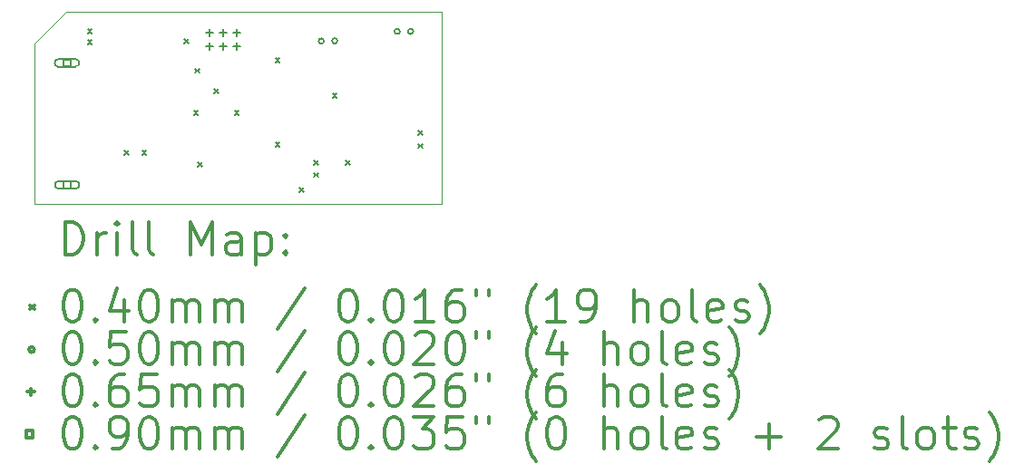
<source format=gbr>
%FSLAX45Y45*%
G04 Gerber Fmt 4.5, Leading zero omitted, Abs format (unit mm)*
G04 Created by KiCad (PCBNEW 5.1.6+dfsg1-1~bpo9+1) date 2022-04-04 20:26:02*
%MOMM*%
%LPD*%
G01*
G04 APERTURE LIST*
%TA.AperFunction,Profile*%
%ADD10C,0.050000*%
%TD*%
%ADD11C,0.200000*%
%ADD12C,0.300000*%
G04 APERTURE END LIST*
D10*
X10000000Y-8000000D02*
X10300000Y-7700000D01*
X13800000Y-9500000D02*
X13800000Y-7700000D01*
X10000000Y-9500000D02*
X13800000Y-9500000D01*
X10000000Y-8000000D02*
X10000000Y-9500000D01*
X10300000Y-7700000D02*
X13800000Y-7700000D01*
D11*
X10495600Y-7866700D02*
X10535600Y-7906700D01*
X10535600Y-7866700D02*
X10495600Y-7906700D01*
X10495600Y-7968300D02*
X10535600Y-8008300D01*
X10535600Y-7968300D02*
X10495600Y-8008300D01*
X10838500Y-8997000D02*
X10878500Y-9037000D01*
X10878500Y-8997000D02*
X10838500Y-9037000D01*
X11003600Y-8997000D02*
X11043600Y-9037000D01*
X11043600Y-8997000D02*
X11003600Y-9037000D01*
X11397300Y-7955600D02*
X11437300Y-7995600D01*
X11437300Y-7955600D02*
X11397300Y-7995600D01*
X11486200Y-8628700D02*
X11526200Y-8668700D01*
X11526200Y-8628700D02*
X11486200Y-8668700D01*
X11498293Y-8234393D02*
X11538293Y-8274393D01*
X11538293Y-8234393D02*
X11498293Y-8274393D01*
X11524300Y-9111300D02*
X11564300Y-9151300D01*
X11564300Y-9111300D02*
X11524300Y-9151300D01*
X11676700Y-8425500D02*
X11716700Y-8465500D01*
X11716700Y-8425500D02*
X11676700Y-8465500D01*
X11867200Y-8628700D02*
X11907200Y-8668700D01*
X11907200Y-8628700D02*
X11867200Y-8668700D01*
X12248200Y-8138004D02*
X12288200Y-8178004D01*
X12288200Y-8138004D02*
X12248200Y-8178004D01*
X12248200Y-8920800D02*
X12288200Y-8960800D01*
X12288200Y-8920800D02*
X12248200Y-8960800D01*
X12475530Y-9343710D02*
X12515530Y-9383710D01*
X12515530Y-9343710D02*
X12475530Y-9383710D01*
X12606340Y-9207820D02*
X12646340Y-9247820D01*
X12646340Y-9207820D02*
X12606340Y-9247820D01*
X12608880Y-9093520D02*
X12648880Y-9133520D01*
X12648880Y-9093520D02*
X12608880Y-9133520D01*
X12781600Y-8463600D02*
X12821600Y-8503600D01*
X12821600Y-8463600D02*
X12781600Y-8503600D01*
X12907330Y-9092250D02*
X12947330Y-9132250D01*
X12947330Y-9092250D02*
X12907330Y-9132250D01*
X13582970Y-8814120D02*
X13622970Y-8854120D01*
X13622970Y-8814120D02*
X13582970Y-8854120D01*
X13582970Y-8936040D02*
X13622970Y-8976040D01*
X13622970Y-8936040D02*
X13582970Y-8976040D01*
X13410800Y-7886700D02*
G75*
G03*
X13410800Y-7886700I-25000J0D01*
G01*
X13535800Y-7886700D02*
G75*
G03*
X13535800Y-7886700I-25000J0D01*
G01*
X12702140Y-7975600D02*
G75*
G03*
X12702140Y-7975600I-25000J0D01*
G01*
X12827140Y-7975600D02*
G75*
G03*
X12827140Y-7975600I-25000J0D01*
G01*
X11633200Y-7866900D02*
X11633200Y-7931900D01*
X11600700Y-7899400D02*
X11665700Y-7899400D01*
X11633200Y-7993900D02*
X11633200Y-8058900D01*
X11600700Y-8026400D02*
X11665700Y-8026400D01*
X11760200Y-7866900D02*
X11760200Y-7931900D01*
X11727700Y-7899400D02*
X11792700Y-7899400D01*
X11760200Y-7993900D02*
X11760200Y-8058900D01*
X11727700Y-8026400D02*
X11792700Y-8026400D01*
X11887200Y-7866900D02*
X11887200Y-7931900D01*
X11854700Y-7899400D02*
X11919700Y-7899400D01*
X11887200Y-7993900D02*
X11887200Y-8058900D01*
X11854700Y-8026400D02*
X11919700Y-8026400D01*
X10335720Y-8212120D02*
X10335720Y-8148480D01*
X10272080Y-8148480D01*
X10272080Y-8212120D01*
X10335720Y-8212120D01*
X10383900Y-8145300D02*
X10223900Y-8145300D01*
X10383900Y-8215300D02*
X10223900Y-8215300D01*
X10223900Y-8145300D02*
G75*
G03*
X10223900Y-8215300I0J-35000D01*
G01*
X10383900Y-8215300D02*
G75*
G03*
X10383900Y-8145300I0J35000D01*
G01*
X10335720Y-9352120D02*
X10335720Y-9288480D01*
X10272080Y-9288480D01*
X10272080Y-9352120D01*
X10335720Y-9352120D01*
X10383900Y-9285300D02*
X10223900Y-9285300D01*
X10383900Y-9355300D02*
X10223900Y-9355300D01*
X10223900Y-9285300D02*
G75*
G03*
X10223900Y-9355300I0J-35000D01*
G01*
X10383900Y-9355300D02*
G75*
G03*
X10383900Y-9285300I0J35000D01*
G01*
D12*
X10283928Y-9968214D02*
X10283928Y-9668214D01*
X10355357Y-9668214D01*
X10398214Y-9682500D01*
X10426786Y-9711072D01*
X10441071Y-9739643D01*
X10455357Y-9796786D01*
X10455357Y-9839643D01*
X10441071Y-9896786D01*
X10426786Y-9925357D01*
X10398214Y-9953929D01*
X10355357Y-9968214D01*
X10283928Y-9968214D01*
X10583928Y-9968214D02*
X10583928Y-9768214D01*
X10583928Y-9825357D02*
X10598214Y-9796786D01*
X10612500Y-9782500D01*
X10641071Y-9768214D01*
X10669643Y-9768214D01*
X10769643Y-9968214D02*
X10769643Y-9768214D01*
X10769643Y-9668214D02*
X10755357Y-9682500D01*
X10769643Y-9696786D01*
X10783928Y-9682500D01*
X10769643Y-9668214D01*
X10769643Y-9696786D01*
X10955357Y-9968214D02*
X10926786Y-9953929D01*
X10912500Y-9925357D01*
X10912500Y-9668214D01*
X11112500Y-9968214D02*
X11083928Y-9953929D01*
X11069643Y-9925357D01*
X11069643Y-9668214D01*
X11455357Y-9968214D02*
X11455357Y-9668214D01*
X11555357Y-9882500D01*
X11655357Y-9668214D01*
X11655357Y-9968214D01*
X11926786Y-9968214D02*
X11926786Y-9811072D01*
X11912500Y-9782500D01*
X11883928Y-9768214D01*
X11826786Y-9768214D01*
X11798214Y-9782500D01*
X11926786Y-9953929D02*
X11898214Y-9968214D01*
X11826786Y-9968214D01*
X11798214Y-9953929D01*
X11783928Y-9925357D01*
X11783928Y-9896786D01*
X11798214Y-9868214D01*
X11826786Y-9853929D01*
X11898214Y-9853929D01*
X11926786Y-9839643D01*
X12069643Y-9768214D02*
X12069643Y-10068214D01*
X12069643Y-9782500D02*
X12098214Y-9768214D01*
X12155357Y-9768214D01*
X12183928Y-9782500D01*
X12198214Y-9796786D01*
X12212500Y-9825357D01*
X12212500Y-9911072D01*
X12198214Y-9939643D01*
X12183928Y-9953929D01*
X12155357Y-9968214D01*
X12098214Y-9968214D01*
X12069643Y-9953929D01*
X12341071Y-9939643D02*
X12355357Y-9953929D01*
X12341071Y-9968214D01*
X12326786Y-9953929D01*
X12341071Y-9939643D01*
X12341071Y-9968214D01*
X12341071Y-9782500D02*
X12355357Y-9796786D01*
X12341071Y-9811072D01*
X12326786Y-9796786D01*
X12341071Y-9782500D01*
X12341071Y-9811072D01*
X9957500Y-10442500D02*
X9997500Y-10482500D01*
X9997500Y-10442500D02*
X9957500Y-10482500D01*
X10341071Y-10298214D02*
X10369643Y-10298214D01*
X10398214Y-10312500D01*
X10412500Y-10326786D01*
X10426786Y-10355357D01*
X10441071Y-10412500D01*
X10441071Y-10483929D01*
X10426786Y-10541072D01*
X10412500Y-10569643D01*
X10398214Y-10583929D01*
X10369643Y-10598214D01*
X10341071Y-10598214D01*
X10312500Y-10583929D01*
X10298214Y-10569643D01*
X10283928Y-10541072D01*
X10269643Y-10483929D01*
X10269643Y-10412500D01*
X10283928Y-10355357D01*
X10298214Y-10326786D01*
X10312500Y-10312500D01*
X10341071Y-10298214D01*
X10569643Y-10569643D02*
X10583928Y-10583929D01*
X10569643Y-10598214D01*
X10555357Y-10583929D01*
X10569643Y-10569643D01*
X10569643Y-10598214D01*
X10841071Y-10398214D02*
X10841071Y-10598214D01*
X10769643Y-10283929D02*
X10698214Y-10498214D01*
X10883928Y-10498214D01*
X11055357Y-10298214D02*
X11083928Y-10298214D01*
X11112500Y-10312500D01*
X11126786Y-10326786D01*
X11141071Y-10355357D01*
X11155357Y-10412500D01*
X11155357Y-10483929D01*
X11141071Y-10541072D01*
X11126786Y-10569643D01*
X11112500Y-10583929D01*
X11083928Y-10598214D01*
X11055357Y-10598214D01*
X11026786Y-10583929D01*
X11012500Y-10569643D01*
X10998214Y-10541072D01*
X10983928Y-10483929D01*
X10983928Y-10412500D01*
X10998214Y-10355357D01*
X11012500Y-10326786D01*
X11026786Y-10312500D01*
X11055357Y-10298214D01*
X11283928Y-10598214D02*
X11283928Y-10398214D01*
X11283928Y-10426786D02*
X11298214Y-10412500D01*
X11326786Y-10398214D01*
X11369643Y-10398214D01*
X11398214Y-10412500D01*
X11412500Y-10441072D01*
X11412500Y-10598214D01*
X11412500Y-10441072D02*
X11426786Y-10412500D01*
X11455357Y-10398214D01*
X11498214Y-10398214D01*
X11526786Y-10412500D01*
X11541071Y-10441072D01*
X11541071Y-10598214D01*
X11683928Y-10598214D02*
X11683928Y-10398214D01*
X11683928Y-10426786D02*
X11698214Y-10412500D01*
X11726786Y-10398214D01*
X11769643Y-10398214D01*
X11798214Y-10412500D01*
X11812500Y-10441072D01*
X11812500Y-10598214D01*
X11812500Y-10441072D02*
X11826786Y-10412500D01*
X11855357Y-10398214D01*
X11898214Y-10398214D01*
X11926786Y-10412500D01*
X11941071Y-10441072D01*
X11941071Y-10598214D01*
X12526786Y-10283929D02*
X12269643Y-10669643D01*
X12912500Y-10298214D02*
X12941071Y-10298214D01*
X12969643Y-10312500D01*
X12983928Y-10326786D01*
X12998214Y-10355357D01*
X13012500Y-10412500D01*
X13012500Y-10483929D01*
X12998214Y-10541072D01*
X12983928Y-10569643D01*
X12969643Y-10583929D01*
X12941071Y-10598214D01*
X12912500Y-10598214D01*
X12883928Y-10583929D01*
X12869643Y-10569643D01*
X12855357Y-10541072D01*
X12841071Y-10483929D01*
X12841071Y-10412500D01*
X12855357Y-10355357D01*
X12869643Y-10326786D01*
X12883928Y-10312500D01*
X12912500Y-10298214D01*
X13141071Y-10569643D02*
X13155357Y-10583929D01*
X13141071Y-10598214D01*
X13126786Y-10583929D01*
X13141071Y-10569643D01*
X13141071Y-10598214D01*
X13341071Y-10298214D02*
X13369643Y-10298214D01*
X13398214Y-10312500D01*
X13412500Y-10326786D01*
X13426786Y-10355357D01*
X13441071Y-10412500D01*
X13441071Y-10483929D01*
X13426786Y-10541072D01*
X13412500Y-10569643D01*
X13398214Y-10583929D01*
X13369643Y-10598214D01*
X13341071Y-10598214D01*
X13312500Y-10583929D01*
X13298214Y-10569643D01*
X13283928Y-10541072D01*
X13269643Y-10483929D01*
X13269643Y-10412500D01*
X13283928Y-10355357D01*
X13298214Y-10326786D01*
X13312500Y-10312500D01*
X13341071Y-10298214D01*
X13726786Y-10598214D02*
X13555357Y-10598214D01*
X13641071Y-10598214D02*
X13641071Y-10298214D01*
X13612500Y-10341072D01*
X13583928Y-10369643D01*
X13555357Y-10383929D01*
X13983928Y-10298214D02*
X13926786Y-10298214D01*
X13898214Y-10312500D01*
X13883928Y-10326786D01*
X13855357Y-10369643D01*
X13841071Y-10426786D01*
X13841071Y-10541072D01*
X13855357Y-10569643D01*
X13869643Y-10583929D01*
X13898214Y-10598214D01*
X13955357Y-10598214D01*
X13983928Y-10583929D01*
X13998214Y-10569643D01*
X14012500Y-10541072D01*
X14012500Y-10469643D01*
X13998214Y-10441072D01*
X13983928Y-10426786D01*
X13955357Y-10412500D01*
X13898214Y-10412500D01*
X13869643Y-10426786D01*
X13855357Y-10441072D01*
X13841071Y-10469643D01*
X14126786Y-10298214D02*
X14126786Y-10355357D01*
X14241071Y-10298214D02*
X14241071Y-10355357D01*
X14683928Y-10712500D02*
X14669643Y-10698214D01*
X14641071Y-10655357D01*
X14626786Y-10626786D01*
X14612500Y-10583929D01*
X14598214Y-10512500D01*
X14598214Y-10455357D01*
X14612500Y-10383929D01*
X14626786Y-10341072D01*
X14641071Y-10312500D01*
X14669643Y-10269643D01*
X14683928Y-10255357D01*
X14955357Y-10598214D02*
X14783928Y-10598214D01*
X14869643Y-10598214D02*
X14869643Y-10298214D01*
X14841071Y-10341072D01*
X14812500Y-10369643D01*
X14783928Y-10383929D01*
X15098214Y-10598214D02*
X15155357Y-10598214D01*
X15183928Y-10583929D01*
X15198214Y-10569643D01*
X15226786Y-10526786D01*
X15241071Y-10469643D01*
X15241071Y-10355357D01*
X15226786Y-10326786D01*
X15212500Y-10312500D01*
X15183928Y-10298214D01*
X15126786Y-10298214D01*
X15098214Y-10312500D01*
X15083928Y-10326786D01*
X15069643Y-10355357D01*
X15069643Y-10426786D01*
X15083928Y-10455357D01*
X15098214Y-10469643D01*
X15126786Y-10483929D01*
X15183928Y-10483929D01*
X15212500Y-10469643D01*
X15226786Y-10455357D01*
X15241071Y-10426786D01*
X15598214Y-10598214D02*
X15598214Y-10298214D01*
X15726786Y-10598214D02*
X15726786Y-10441072D01*
X15712500Y-10412500D01*
X15683928Y-10398214D01*
X15641071Y-10398214D01*
X15612500Y-10412500D01*
X15598214Y-10426786D01*
X15912500Y-10598214D02*
X15883928Y-10583929D01*
X15869643Y-10569643D01*
X15855357Y-10541072D01*
X15855357Y-10455357D01*
X15869643Y-10426786D01*
X15883928Y-10412500D01*
X15912500Y-10398214D01*
X15955357Y-10398214D01*
X15983928Y-10412500D01*
X15998214Y-10426786D01*
X16012500Y-10455357D01*
X16012500Y-10541072D01*
X15998214Y-10569643D01*
X15983928Y-10583929D01*
X15955357Y-10598214D01*
X15912500Y-10598214D01*
X16183928Y-10598214D02*
X16155357Y-10583929D01*
X16141071Y-10555357D01*
X16141071Y-10298214D01*
X16412500Y-10583929D02*
X16383928Y-10598214D01*
X16326786Y-10598214D01*
X16298214Y-10583929D01*
X16283928Y-10555357D01*
X16283928Y-10441072D01*
X16298214Y-10412500D01*
X16326786Y-10398214D01*
X16383928Y-10398214D01*
X16412500Y-10412500D01*
X16426786Y-10441072D01*
X16426786Y-10469643D01*
X16283928Y-10498214D01*
X16541071Y-10583929D02*
X16569643Y-10598214D01*
X16626786Y-10598214D01*
X16655357Y-10583929D01*
X16669643Y-10555357D01*
X16669643Y-10541072D01*
X16655357Y-10512500D01*
X16626786Y-10498214D01*
X16583928Y-10498214D01*
X16555357Y-10483929D01*
X16541071Y-10455357D01*
X16541071Y-10441072D01*
X16555357Y-10412500D01*
X16583928Y-10398214D01*
X16626786Y-10398214D01*
X16655357Y-10412500D01*
X16769643Y-10712500D02*
X16783928Y-10698214D01*
X16812500Y-10655357D01*
X16826786Y-10626786D01*
X16841071Y-10583929D01*
X16855357Y-10512500D01*
X16855357Y-10455357D01*
X16841071Y-10383929D01*
X16826786Y-10341072D01*
X16812500Y-10312500D01*
X16783928Y-10269643D01*
X16769643Y-10255357D01*
X9997500Y-10858500D02*
G75*
G03*
X9997500Y-10858500I-25000J0D01*
G01*
X10341071Y-10694214D02*
X10369643Y-10694214D01*
X10398214Y-10708500D01*
X10412500Y-10722786D01*
X10426786Y-10751357D01*
X10441071Y-10808500D01*
X10441071Y-10879929D01*
X10426786Y-10937072D01*
X10412500Y-10965643D01*
X10398214Y-10979929D01*
X10369643Y-10994214D01*
X10341071Y-10994214D01*
X10312500Y-10979929D01*
X10298214Y-10965643D01*
X10283928Y-10937072D01*
X10269643Y-10879929D01*
X10269643Y-10808500D01*
X10283928Y-10751357D01*
X10298214Y-10722786D01*
X10312500Y-10708500D01*
X10341071Y-10694214D01*
X10569643Y-10965643D02*
X10583928Y-10979929D01*
X10569643Y-10994214D01*
X10555357Y-10979929D01*
X10569643Y-10965643D01*
X10569643Y-10994214D01*
X10855357Y-10694214D02*
X10712500Y-10694214D01*
X10698214Y-10837072D01*
X10712500Y-10822786D01*
X10741071Y-10808500D01*
X10812500Y-10808500D01*
X10841071Y-10822786D01*
X10855357Y-10837072D01*
X10869643Y-10865643D01*
X10869643Y-10937072D01*
X10855357Y-10965643D01*
X10841071Y-10979929D01*
X10812500Y-10994214D01*
X10741071Y-10994214D01*
X10712500Y-10979929D01*
X10698214Y-10965643D01*
X11055357Y-10694214D02*
X11083928Y-10694214D01*
X11112500Y-10708500D01*
X11126786Y-10722786D01*
X11141071Y-10751357D01*
X11155357Y-10808500D01*
X11155357Y-10879929D01*
X11141071Y-10937072D01*
X11126786Y-10965643D01*
X11112500Y-10979929D01*
X11083928Y-10994214D01*
X11055357Y-10994214D01*
X11026786Y-10979929D01*
X11012500Y-10965643D01*
X10998214Y-10937072D01*
X10983928Y-10879929D01*
X10983928Y-10808500D01*
X10998214Y-10751357D01*
X11012500Y-10722786D01*
X11026786Y-10708500D01*
X11055357Y-10694214D01*
X11283928Y-10994214D02*
X11283928Y-10794214D01*
X11283928Y-10822786D02*
X11298214Y-10808500D01*
X11326786Y-10794214D01*
X11369643Y-10794214D01*
X11398214Y-10808500D01*
X11412500Y-10837072D01*
X11412500Y-10994214D01*
X11412500Y-10837072D02*
X11426786Y-10808500D01*
X11455357Y-10794214D01*
X11498214Y-10794214D01*
X11526786Y-10808500D01*
X11541071Y-10837072D01*
X11541071Y-10994214D01*
X11683928Y-10994214D02*
X11683928Y-10794214D01*
X11683928Y-10822786D02*
X11698214Y-10808500D01*
X11726786Y-10794214D01*
X11769643Y-10794214D01*
X11798214Y-10808500D01*
X11812500Y-10837072D01*
X11812500Y-10994214D01*
X11812500Y-10837072D02*
X11826786Y-10808500D01*
X11855357Y-10794214D01*
X11898214Y-10794214D01*
X11926786Y-10808500D01*
X11941071Y-10837072D01*
X11941071Y-10994214D01*
X12526786Y-10679929D02*
X12269643Y-11065643D01*
X12912500Y-10694214D02*
X12941071Y-10694214D01*
X12969643Y-10708500D01*
X12983928Y-10722786D01*
X12998214Y-10751357D01*
X13012500Y-10808500D01*
X13012500Y-10879929D01*
X12998214Y-10937072D01*
X12983928Y-10965643D01*
X12969643Y-10979929D01*
X12941071Y-10994214D01*
X12912500Y-10994214D01*
X12883928Y-10979929D01*
X12869643Y-10965643D01*
X12855357Y-10937072D01*
X12841071Y-10879929D01*
X12841071Y-10808500D01*
X12855357Y-10751357D01*
X12869643Y-10722786D01*
X12883928Y-10708500D01*
X12912500Y-10694214D01*
X13141071Y-10965643D02*
X13155357Y-10979929D01*
X13141071Y-10994214D01*
X13126786Y-10979929D01*
X13141071Y-10965643D01*
X13141071Y-10994214D01*
X13341071Y-10694214D02*
X13369643Y-10694214D01*
X13398214Y-10708500D01*
X13412500Y-10722786D01*
X13426786Y-10751357D01*
X13441071Y-10808500D01*
X13441071Y-10879929D01*
X13426786Y-10937072D01*
X13412500Y-10965643D01*
X13398214Y-10979929D01*
X13369643Y-10994214D01*
X13341071Y-10994214D01*
X13312500Y-10979929D01*
X13298214Y-10965643D01*
X13283928Y-10937072D01*
X13269643Y-10879929D01*
X13269643Y-10808500D01*
X13283928Y-10751357D01*
X13298214Y-10722786D01*
X13312500Y-10708500D01*
X13341071Y-10694214D01*
X13555357Y-10722786D02*
X13569643Y-10708500D01*
X13598214Y-10694214D01*
X13669643Y-10694214D01*
X13698214Y-10708500D01*
X13712500Y-10722786D01*
X13726786Y-10751357D01*
X13726786Y-10779929D01*
X13712500Y-10822786D01*
X13541071Y-10994214D01*
X13726786Y-10994214D01*
X13912500Y-10694214D02*
X13941071Y-10694214D01*
X13969643Y-10708500D01*
X13983928Y-10722786D01*
X13998214Y-10751357D01*
X14012500Y-10808500D01*
X14012500Y-10879929D01*
X13998214Y-10937072D01*
X13983928Y-10965643D01*
X13969643Y-10979929D01*
X13941071Y-10994214D01*
X13912500Y-10994214D01*
X13883928Y-10979929D01*
X13869643Y-10965643D01*
X13855357Y-10937072D01*
X13841071Y-10879929D01*
X13841071Y-10808500D01*
X13855357Y-10751357D01*
X13869643Y-10722786D01*
X13883928Y-10708500D01*
X13912500Y-10694214D01*
X14126786Y-10694214D02*
X14126786Y-10751357D01*
X14241071Y-10694214D02*
X14241071Y-10751357D01*
X14683928Y-11108500D02*
X14669643Y-11094214D01*
X14641071Y-11051357D01*
X14626786Y-11022786D01*
X14612500Y-10979929D01*
X14598214Y-10908500D01*
X14598214Y-10851357D01*
X14612500Y-10779929D01*
X14626786Y-10737072D01*
X14641071Y-10708500D01*
X14669643Y-10665643D01*
X14683928Y-10651357D01*
X14926786Y-10794214D02*
X14926786Y-10994214D01*
X14855357Y-10679929D02*
X14783928Y-10894214D01*
X14969643Y-10894214D01*
X15312500Y-10994214D02*
X15312500Y-10694214D01*
X15441071Y-10994214D02*
X15441071Y-10837072D01*
X15426786Y-10808500D01*
X15398214Y-10794214D01*
X15355357Y-10794214D01*
X15326786Y-10808500D01*
X15312500Y-10822786D01*
X15626786Y-10994214D02*
X15598214Y-10979929D01*
X15583928Y-10965643D01*
X15569643Y-10937072D01*
X15569643Y-10851357D01*
X15583928Y-10822786D01*
X15598214Y-10808500D01*
X15626786Y-10794214D01*
X15669643Y-10794214D01*
X15698214Y-10808500D01*
X15712500Y-10822786D01*
X15726786Y-10851357D01*
X15726786Y-10937072D01*
X15712500Y-10965643D01*
X15698214Y-10979929D01*
X15669643Y-10994214D01*
X15626786Y-10994214D01*
X15898214Y-10994214D02*
X15869643Y-10979929D01*
X15855357Y-10951357D01*
X15855357Y-10694214D01*
X16126786Y-10979929D02*
X16098214Y-10994214D01*
X16041071Y-10994214D01*
X16012500Y-10979929D01*
X15998214Y-10951357D01*
X15998214Y-10837072D01*
X16012500Y-10808500D01*
X16041071Y-10794214D01*
X16098214Y-10794214D01*
X16126786Y-10808500D01*
X16141071Y-10837072D01*
X16141071Y-10865643D01*
X15998214Y-10894214D01*
X16255357Y-10979929D02*
X16283928Y-10994214D01*
X16341071Y-10994214D01*
X16369643Y-10979929D01*
X16383928Y-10951357D01*
X16383928Y-10937072D01*
X16369643Y-10908500D01*
X16341071Y-10894214D01*
X16298214Y-10894214D01*
X16269643Y-10879929D01*
X16255357Y-10851357D01*
X16255357Y-10837072D01*
X16269643Y-10808500D01*
X16298214Y-10794214D01*
X16341071Y-10794214D01*
X16369643Y-10808500D01*
X16483928Y-11108500D02*
X16498214Y-11094214D01*
X16526786Y-11051357D01*
X16541071Y-11022786D01*
X16555357Y-10979929D01*
X16569643Y-10908500D01*
X16569643Y-10851357D01*
X16555357Y-10779929D01*
X16541071Y-10737072D01*
X16526786Y-10708500D01*
X16498214Y-10665643D01*
X16483928Y-10651357D01*
X9965000Y-11222000D02*
X9965000Y-11287000D01*
X9932500Y-11254500D02*
X9997500Y-11254500D01*
X10341071Y-11090214D02*
X10369643Y-11090214D01*
X10398214Y-11104500D01*
X10412500Y-11118786D01*
X10426786Y-11147357D01*
X10441071Y-11204500D01*
X10441071Y-11275929D01*
X10426786Y-11333071D01*
X10412500Y-11361643D01*
X10398214Y-11375929D01*
X10369643Y-11390214D01*
X10341071Y-11390214D01*
X10312500Y-11375929D01*
X10298214Y-11361643D01*
X10283928Y-11333071D01*
X10269643Y-11275929D01*
X10269643Y-11204500D01*
X10283928Y-11147357D01*
X10298214Y-11118786D01*
X10312500Y-11104500D01*
X10341071Y-11090214D01*
X10569643Y-11361643D02*
X10583928Y-11375929D01*
X10569643Y-11390214D01*
X10555357Y-11375929D01*
X10569643Y-11361643D01*
X10569643Y-11390214D01*
X10841071Y-11090214D02*
X10783928Y-11090214D01*
X10755357Y-11104500D01*
X10741071Y-11118786D01*
X10712500Y-11161643D01*
X10698214Y-11218786D01*
X10698214Y-11333071D01*
X10712500Y-11361643D01*
X10726786Y-11375929D01*
X10755357Y-11390214D01*
X10812500Y-11390214D01*
X10841071Y-11375929D01*
X10855357Y-11361643D01*
X10869643Y-11333071D01*
X10869643Y-11261643D01*
X10855357Y-11233071D01*
X10841071Y-11218786D01*
X10812500Y-11204500D01*
X10755357Y-11204500D01*
X10726786Y-11218786D01*
X10712500Y-11233071D01*
X10698214Y-11261643D01*
X11141071Y-11090214D02*
X10998214Y-11090214D01*
X10983928Y-11233071D01*
X10998214Y-11218786D01*
X11026786Y-11204500D01*
X11098214Y-11204500D01*
X11126786Y-11218786D01*
X11141071Y-11233071D01*
X11155357Y-11261643D01*
X11155357Y-11333071D01*
X11141071Y-11361643D01*
X11126786Y-11375929D01*
X11098214Y-11390214D01*
X11026786Y-11390214D01*
X10998214Y-11375929D01*
X10983928Y-11361643D01*
X11283928Y-11390214D02*
X11283928Y-11190214D01*
X11283928Y-11218786D02*
X11298214Y-11204500D01*
X11326786Y-11190214D01*
X11369643Y-11190214D01*
X11398214Y-11204500D01*
X11412500Y-11233071D01*
X11412500Y-11390214D01*
X11412500Y-11233071D02*
X11426786Y-11204500D01*
X11455357Y-11190214D01*
X11498214Y-11190214D01*
X11526786Y-11204500D01*
X11541071Y-11233071D01*
X11541071Y-11390214D01*
X11683928Y-11390214D02*
X11683928Y-11190214D01*
X11683928Y-11218786D02*
X11698214Y-11204500D01*
X11726786Y-11190214D01*
X11769643Y-11190214D01*
X11798214Y-11204500D01*
X11812500Y-11233071D01*
X11812500Y-11390214D01*
X11812500Y-11233071D02*
X11826786Y-11204500D01*
X11855357Y-11190214D01*
X11898214Y-11190214D01*
X11926786Y-11204500D01*
X11941071Y-11233071D01*
X11941071Y-11390214D01*
X12526786Y-11075929D02*
X12269643Y-11461643D01*
X12912500Y-11090214D02*
X12941071Y-11090214D01*
X12969643Y-11104500D01*
X12983928Y-11118786D01*
X12998214Y-11147357D01*
X13012500Y-11204500D01*
X13012500Y-11275929D01*
X12998214Y-11333071D01*
X12983928Y-11361643D01*
X12969643Y-11375929D01*
X12941071Y-11390214D01*
X12912500Y-11390214D01*
X12883928Y-11375929D01*
X12869643Y-11361643D01*
X12855357Y-11333071D01*
X12841071Y-11275929D01*
X12841071Y-11204500D01*
X12855357Y-11147357D01*
X12869643Y-11118786D01*
X12883928Y-11104500D01*
X12912500Y-11090214D01*
X13141071Y-11361643D02*
X13155357Y-11375929D01*
X13141071Y-11390214D01*
X13126786Y-11375929D01*
X13141071Y-11361643D01*
X13141071Y-11390214D01*
X13341071Y-11090214D02*
X13369643Y-11090214D01*
X13398214Y-11104500D01*
X13412500Y-11118786D01*
X13426786Y-11147357D01*
X13441071Y-11204500D01*
X13441071Y-11275929D01*
X13426786Y-11333071D01*
X13412500Y-11361643D01*
X13398214Y-11375929D01*
X13369643Y-11390214D01*
X13341071Y-11390214D01*
X13312500Y-11375929D01*
X13298214Y-11361643D01*
X13283928Y-11333071D01*
X13269643Y-11275929D01*
X13269643Y-11204500D01*
X13283928Y-11147357D01*
X13298214Y-11118786D01*
X13312500Y-11104500D01*
X13341071Y-11090214D01*
X13555357Y-11118786D02*
X13569643Y-11104500D01*
X13598214Y-11090214D01*
X13669643Y-11090214D01*
X13698214Y-11104500D01*
X13712500Y-11118786D01*
X13726786Y-11147357D01*
X13726786Y-11175929D01*
X13712500Y-11218786D01*
X13541071Y-11390214D01*
X13726786Y-11390214D01*
X13983928Y-11090214D02*
X13926786Y-11090214D01*
X13898214Y-11104500D01*
X13883928Y-11118786D01*
X13855357Y-11161643D01*
X13841071Y-11218786D01*
X13841071Y-11333071D01*
X13855357Y-11361643D01*
X13869643Y-11375929D01*
X13898214Y-11390214D01*
X13955357Y-11390214D01*
X13983928Y-11375929D01*
X13998214Y-11361643D01*
X14012500Y-11333071D01*
X14012500Y-11261643D01*
X13998214Y-11233071D01*
X13983928Y-11218786D01*
X13955357Y-11204500D01*
X13898214Y-11204500D01*
X13869643Y-11218786D01*
X13855357Y-11233071D01*
X13841071Y-11261643D01*
X14126786Y-11090214D02*
X14126786Y-11147357D01*
X14241071Y-11090214D02*
X14241071Y-11147357D01*
X14683928Y-11504500D02*
X14669643Y-11490214D01*
X14641071Y-11447357D01*
X14626786Y-11418786D01*
X14612500Y-11375929D01*
X14598214Y-11304500D01*
X14598214Y-11247357D01*
X14612500Y-11175929D01*
X14626786Y-11133072D01*
X14641071Y-11104500D01*
X14669643Y-11061643D01*
X14683928Y-11047357D01*
X14926786Y-11090214D02*
X14869643Y-11090214D01*
X14841071Y-11104500D01*
X14826786Y-11118786D01*
X14798214Y-11161643D01*
X14783928Y-11218786D01*
X14783928Y-11333071D01*
X14798214Y-11361643D01*
X14812500Y-11375929D01*
X14841071Y-11390214D01*
X14898214Y-11390214D01*
X14926786Y-11375929D01*
X14941071Y-11361643D01*
X14955357Y-11333071D01*
X14955357Y-11261643D01*
X14941071Y-11233071D01*
X14926786Y-11218786D01*
X14898214Y-11204500D01*
X14841071Y-11204500D01*
X14812500Y-11218786D01*
X14798214Y-11233071D01*
X14783928Y-11261643D01*
X15312500Y-11390214D02*
X15312500Y-11090214D01*
X15441071Y-11390214D02*
X15441071Y-11233071D01*
X15426786Y-11204500D01*
X15398214Y-11190214D01*
X15355357Y-11190214D01*
X15326786Y-11204500D01*
X15312500Y-11218786D01*
X15626786Y-11390214D02*
X15598214Y-11375929D01*
X15583928Y-11361643D01*
X15569643Y-11333071D01*
X15569643Y-11247357D01*
X15583928Y-11218786D01*
X15598214Y-11204500D01*
X15626786Y-11190214D01*
X15669643Y-11190214D01*
X15698214Y-11204500D01*
X15712500Y-11218786D01*
X15726786Y-11247357D01*
X15726786Y-11333071D01*
X15712500Y-11361643D01*
X15698214Y-11375929D01*
X15669643Y-11390214D01*
X15626786Y-11390214D01*
X15898214Y-11390214D02*
X15869643Y-11375929D01*
X15855357Y-11347357D01*
X15855357Y-11090214D01*
X16126786Y-11375929D02*
X16098214Y-11390214D01*
X16041071Y-11390214D01*
X16012500Y-11375929D01*
X15998214Y-11347357D01*
X15998214Y-11233071D01*
X16012500Y-11204500D01*
X16041071Y-11190214D01*
X16098214Y-11190214D01*
X16126786Y-11204500D01*
X16141071Y-11233071D01*
X16141071Y-11261643D01*
X15998214Y-11290214D01*
X16255357Y-11375929D02*
X16283928Y-11390214D01*
X16341071Y-11390214D01*
X16369643Y-11375929D01*
X16383928Y-11347357D01*
X16383928Y-11333071D01*
X16369643Y-11304500D01*
X16341071Y-11290214D01*
X16298214Y-11290214D01*
X16269643Y-11275929D01*
X16255357Y-11247357D01*
X16255357Y-11233071D01*
X16269643Y-11204500D01*
X16298214Y-11190214D01*
X16341071Y-11190214D01*
X16369643Y-11204500D01*
X16483928Y-11504500D02*
X16498214Y-11490214D01*
X16526786Y-11447357D01*
X16541071Y-11418786D01*
X16555357Y-11375929D01*
X16569643Y-11304500D01*
X16569643Y-11247357D01*
X16555357Y-11175929D01*
X16541071Y-11133072D01*
X16526786Y-11104500D01*
X16498214Y-11061643D01*
X16483928Y-11047357D01*
X9984320Y-11682320D02*
X9984320Y-11618680D01*
X9920680Y-11618680D01*
X9920680Y-11682320D01*
X9984320Y-11682320D01*
X10341071Y-11486214D02*
X10369643Y-11486214D01*
X10398214Y-11500500D01*
X10412500Y-11514786D01*
X10426786Y-11543357D01*
X10441071Y-11600500D01*
X10441071Y-11671929D01*
X10426786Y-11729071D01*
X10412500Y-11757643D01*
X10398214Y-11771929D01*
X10369643Y-11786214D01*
X10341071Y-11786214D01*
X10312500Y-11771929D01*
X10298214Y-11757643D01*
X10283928Y-11729071D01*
X10269643Y-11671929D01*
X10269643Y-11600500D01*
X10283928Y-11543357D01*
X10298214Y-11514786D01*
X10312500Y-11500500D01*
X10341071Y-11486214D01*
X10569643Y-11757643D02*
X10583928Y-11771929D01*
X10569643Y-11786214D01*
X10555357Y-11771929D01*
X10569643Y-11757643D01*
X10569643Y-11786214D01*
X10726786Y-11786214D02*
X10783928Y-11786214D01*
X10812500Y-11771929D01*
X10826786Y-11757643D01*
X10855357Y-11714786D01*
X10869643Y-11657643D01*
X10869643Y-11543357D01*
X10855357Y-11514786D01*
X10841071Y-11500500D01*
X10812500Y-11486214D01*
X10755357Y-11486214D01*
X10726786Y-11500500D01*
X10712500Y-11514786D01*
X10698214Y-11543357D01*
X10698214Y-11614786D01*
X10712500Y-11643357D01*
X10726786Y-11657643D01*
X10755357Y-11671929D01*
X10812500Y-11671929D01*
X10841071Y-11657643D01*
X10855357Y-11643357D01*
X10869643Y-11614786D01*
X11055357Y-11486214D02*
X11083928Y-11486214D01*
X11112500Y-11500500D01*
X11126786Y-11514786D01*
X11141071Y-11543357D01*
X11155357Y-11600500D01*
X11155357Y-11671929D01*
X11141071Y-11729071D01*
X11126786Y-11757643D01*
X11112500Y-11771929D01*
X11083928Y-11786214D01*
X11055357Y-11786214D01*
X11026786Y-11771929D01*
X11012500Y-11757643D01*
X10998214Y-11729071D01*
X10983928Y-11671929D01*
X10983928Y-11600500D01*
X10998214Y-11543357D01*
X11012500Y-11514786D01*
X11026786Y-11500500D01*
X11055357Y-11486214D01*
X11283928Y-11786214D02*
X11283928Y-11586214D01*
X11283928Y-11614786D02*
X11298214Y-11600500D01*
X11326786Y-11586214D01*
X11369643Y-11586214D01*
X11398214Y-11600500D01*
X11412500Y-11629071D01*
X11412500Y-11786214D01*
X11412500Y-11629071D02*
X11426786Y-11600500D01*
X11455357Y-11586214D01*
X11498214Y-11586214D01*
X11526786Y-11600500D01*
X11541071Y-11629071D01*
X11541071Y-11786214D01*
X11683928Y-11786214D02*
X11683928Y-11586214D01*
X11683928Y-11614786D02*
X11698214Y-11600500D01*
X11726786Y-11586214D01*
X11769643Y-11586214D01*
X11798214Y-11600500D01*
X11812500Y-11629071D01*
X11812500Y-11786214D01*
X11812500Y-11629071D02*
X11826786Y-11600500D01*
X11855357Y-11586214D01*
X11898214Y-11586214D01*
X11926786Y-11600500D01*
X11941071Y-11629071D01*
X11941071Y-11786214D01*
X12526786Y-11471929D02*
X12269643Y-11857643D01*
X12912500Y-11486214D02*
X12941071Y-11486214D01*
X12969643Y-11500500D01*
X12983928Y-11514786D01*
X12998214Y-11543357D01*
X13012500Y-11600500D01*
X13012500Y-11671929D01*
X12998214Y-11729071D01*
X12983928Y-11757643D01*
X12969643Y-11771929D01*
X12941071Y-11786214D01*
X12912500Y-11786214D01*
X12883928Y-11771929D01*
X12869643Y-11757643D01*
X12855357Y-11729071D01*
X12841071Y-11671929D01*
X12841071Y-11600500D01*
X12855357Y-11543357D01*
X12869643Y-11514786D01*
X12883928Y-11500500D01*
X12912500Y-11486214D01*
X13141071Y-11757643D02*
X13155357Y-11771929D01*
X13141071Y-11786214D01*
X13126786Y-11771929D01*
X13141071Y-11757643D01*
X13141071Y-11786214D01*
X13341071Y-11486214D02*
X13369643Y-11486214D01*
X13398214Y-11500500D01*
X13412500Y-11514786D01*
X13426786Y-11543357D01*
X13441071Y-11600500D01*
X13441071Y-11671929D01*
X13426786Y-11729071D01*
X13412500Y-11757643D01*
X13398214Y-11771929D01*
X13369643Y-11786214D01*
X13341071Y-11786214D01*
X13312500Y-11771929D01*
X13298214Y-11757643D01*
X13283928Y-11729071D01*
X13269643Y-11671929D01*
X13269643Y-11600500D01*
X13283928Y-11543357D01*
X13298214Y-11514786D01*
X13312500Y-11500500D01*
X13341071Y-11486214D01*
X13541071Y-11486214D02*
X13726786Y-11486214D01*
X13626786Y-11600500D01*
X13669643Y-11600500D01*
X13698214Y-11614786D01*
X13712500Y-11629071D01*
X13726786Y-11657643D01*
X13726786Y-11729071D01*
X13712500Y-11757643D01*
X13698214Y-11771929D01*
X13669643Y-11786214D01*
X13583928Y-11786214D01*
X13555357Y-11771929D01*
X13541071Y-11757643D01*
X13998214Y-11486214D02*
X13855357Y-11486214D01*
X13841071Y-11629071D01*
X13855357Y-11614786D01*
X13883928Y-11600500D01*
X13955357Y-11600500D01*
X13983928Y-11614786D01*
X13998214Y-11629071D01*
X14012500Y-11657643D01*
X14012500Y-11729071D01*
X13998214Y-11757643D01*
X13983928Y-11771929D01*
X13955357Y-11786214D01*
X13883928Y-11786214D01*
X13855357Y-11771929D01*
X13841071Y-11757643D01*
X14126786Y-11486214D02*
X14126786Y-11543357D01*
X14241071Y-11486214D02*
X14241071Y-11543357D01*
X14683928Y-11900500D02*
X14669643Y-11886214D01*
X14641071Y-11843357D01*
X14626786Y-11814786D01*
X14612500Y-11771929D01*
X14598214Y-11700500D01*
X14598214Y-11643357D01*
X14612500Y-11571929D01*
X14626786Y-11529071D01*
X14641071Y-11500500D01*
X14669643Y-11457643D01*
X14683928Y-11443357D01*
X14855357Y-11486214D02*
X14883928Y-11486214D01*
X14912500Y-11500500D01*
X14926786Y-11514786D01*
X14941071Y-11543357D01*
X14955357Y-11600500D01*
X14955357Y-11671929D01*
X14941071Y-11729071D01*
X14926786Y-11757643D01*
X14912500Y-11771929D01*
X14883928Y-11786214D01*
X14855357Y-11786214D01*
X14826786Y-11771929D01*
X14812500Y-11757643D01*
X14798214Y-11729071D01*
X14783928Y-11671929D01*
X14783928Y-11600500D01*
X14798214Y-11543357D01*
X14812500Y-11514786D01*
X14826786Y-11500500D01*
X14855357Y-11486214D01*
X15312500Y-11786214D02*
X15312500Y-11486214D01*
X15441071Y-11786214D02*
X15441071Y-11629071D01*
X15426786Y-11600500D01*
X15398214Y-11586214D01*
X15355357Y-11586214D01*
X15326786Y-11600500D01*
X15312500Y-11614786D01*
X15626786Y-11786214D02*
X15598214Y-11771929D01*
X15583928Y-11757643D01*
X15569643Y-11729071D01*
X15569643Y-11643357D01*
X15583928Y-11614786D01*
X15598214Y-11600500D01*
X15626786Y-11586214D01*
X15669643Y-11586214D01*
X15698214Y-11600500D01*
X15712500Y-11614786D01*
X15726786Y-11643357D01*
X15726786Y-11729071D01*
X15712500Y-11757643D01*
X15698214Y-11771929D01*
X15669643Y-11786214D01*
X15626786Y-11786214D01*
X15898214Y-11786214D02*
X15869643Y-11771929D01*
X15855357Y-11743357D01*
X15855357Y-11486214D01*
X16126786Y-11771929D02*
X16098214Y-11786214D01*
X16041071Y-11786214D01*
X16012500Y-11771929D01*
X15998214Y-11743357D01*
X15998214Y-11629071D01*
X16012500Y-11600500D01*
X16041071Y-11586214D01*
X16098214Y-11586214D01*
X16126786Y-11600500D01*
X16141071Y-11629071D01*
X16141071Y-11657643D01*
X15998214Y-11686214D01*
X16255357Y-11771929D02*
X16283928Y-11786214D01*
X16341071Y-11786214D01*
X16369643Y-11771929D01*
X16383928Y-11743357D01*
X16383928Y-11729071D01*
X16369643Y-11700500D01*
X16341071Y-11686214D01*
X16298214Y-11686214D01*
X16269643Y-11671929D01*
X16255357Y-11643357D01*
X16255357Y-11629071D01*
X16269643Y-11600500D01*
X16298214Y-11586214D01*
X16341071Y-11586214D01*
X16369643Y-11600500D01*
X16741071Y-11671929D02*
X16969643Y-11671929D01*
X16855357Y-11786214D02*
X16855357Y-11557643D01*
X17326786Y-11514786D02*
X17341071Y-11500500D01*
X17369643Y-11486214D01*
X17441071Y-11486214D01*
X17469643Y-11500500D01*
X17483928Y-11514786D01*
X17498214Y-11543357D01*
X17498214Y-11571929D01*
X17483928Y-11614786D01*
X17312500Y-11786214D01*
X17498214Y-11786214D01*
X17841071Y-11771929D02*
X17869643Y-11786214D01*
X17926786Y-11786214D01*
X17955357Y-11771929D01*
X17969643Y-11743357D01*
X17969643Y-11729071D01*
X17955357Y-11700500D01*
X17926786Y-11686214D01*
X17883928Y-11686214D01*
X17855357Y-11671929D01*
X17841071Y-11643357D01*
X17841071Y-11629071D01*
X17855357Y-11600500D01*
X17883928Y-11586214D01*
X17926786Y-11586214D01*
X17955357Y-11600500D01*
X18141071Y-11786214D02*
X18112500Y-11771929D01*
X18098214Y-11743357D01*
X18098214Y-11486214D01*
X18298214Y-11786214D02*
X18269643Y-11771929D01*
X18255357Y-11757643D01*
X18241071Y-11729071D01*
X18241071Y-11643357D01*
X18255357Y-11614786D01*
X18269643Y-11600500D01*
X18298214Y-11586214D01*
X18341071Y-11586214D01*
X18369643Y-11600500D01*
X18383928Y-11614786D01*
X18398214Y-11643357D01*
X18398214Y-11729071D01*
X18383928Y-11757643D01*
X18369643Y-11771929D01*
X18341071Y-11786214D01*
X18298214Y-11786214D01*
X18483928Y-11586214D02*
X18598214Y-11586214D01*
X18526786Y-11486214D02*
X18526786Y-11743357D01*
X18541071Y-11771929D01*
X18569643Y-11786214D01*
X18598214Y-11786214D01*
X18683928Y-11771929D02*
X18712500Y-11786214D01*
X18769643Y-11786214D01*
X18798214Y-11771929D01*
X18812500Y-11743357D01*
X18812500Y-11729071D01*
X18798214Y-11700500D01*
X18769643Y-11686214D01*
X18726786Y-11686214D01*
X18698214Y-11671929D01*
X18683928Y-11643357D01*
X18683928Y-11629071D01*
X18698214Y-11600500D01*
X18726786Y-11586214D01*
X18769643Y-11586214D01*
X18798214Y-11600500D01*
X18912500Y-11900500D02*
X18926786Y-11886214D01*
X18955357Y-11843357D01*
X18969643Y-11814786D01*
X18983928Y-11771929D01*
X18998214Y-11700500D01*
X18998214Y-11643357D01*
X18983928Y-11571929D01*
X18969643Y-11529071D01*
X18955357Y-11500500D01*
X18926786Y-11457643D01*
X18912500Y-11443357D01*
M02*

</source>
